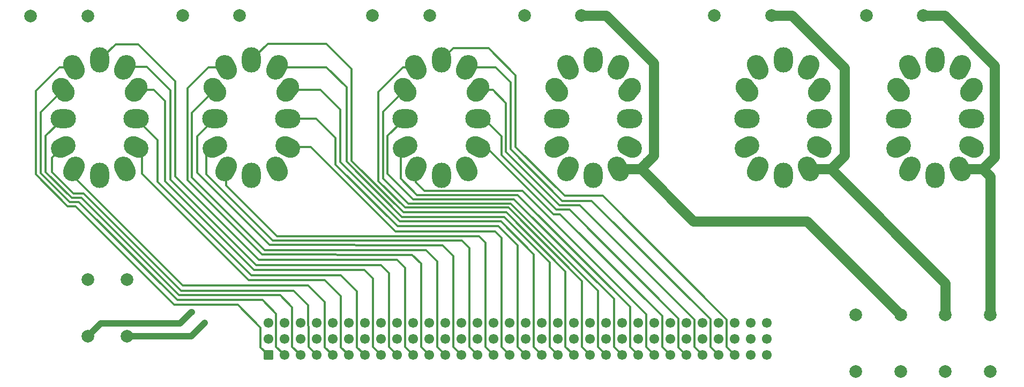
<source format=gbr>
%TF.GenerationSoftware,KiCad,Pcbnew,8.0.8*%
%TF.CreationDate,2025-04-20T11:12:47-07:00*%
%TF.ProjectId,display,64697370-6c61-4792-9e6b-696361645f70,rev?*%
%TF.SameCoordinates,Original*%
%TF.FileFunction,Copper,L4,Bot*%
%TF.FilePolarity,Positive*%
%FSLAX46Y46*%
G04 Gerber Fmt 4.6, Leading zero omitted, Abs format (unit mm)*
G04 Created by KiCad (PCBNEW 8.0.8) date 2025-04-20 11:12:47*
%MOMM*%
%LPD*%
G01*
G04 APERTURE LIST*
G04 Aperture macros list*
%AMRoundRect*
0 Rectangle with rounded corners*
0 $1 Rounding radius*
0 $2 $3 $4 $5 $6 $7 $8 $9 X,Y pos of 4 corners*
0 Add a 4 corners polygon primitive as box body*
4,1,4,$2,$3,$4,$5,$6,$7,$8,$9,$2,$3,0*
0 Add four circle primitives for the rounded corners*
1,1,$1+$1,$2,$3*
1,1,$1+$1,$4,$5*
1,1,$1+$1,$6,$7*
1,1,$1+$1,$8,$9*
0 Add four rect primitives between the rounded corners*
20,1,$1+$1,$2,$3,$4,$5,0*
20,1,$1+$1,$4,$5,$6,$7,0*
20,1,$1+$1,$6,$7,$8,$9,0*
20,1,$1+$1,$8,$9,$2,$3,0*%
%AMHorizOval*
0 Thick line with rounded ends*
0 $1 width*
0 $2 $3 position (X,Y) of the first rounded end (center of the circle)*
0 $4 $5 position (X,Y) of the second rounded end (center of the circle)*
0 Add line between two ends*
20,1,$1,$2,$3,$4,$5,0*
0 Add two circle primitives to create the rounded ends*
1,1,$1,$2,$3*
1,1,$1,$4,$5*%
G04 Aperture macros list end*
%TA.AperFunction,ComponentPad*%
%ADD10HorizOval,3.000000X-0.223880X0.447077X0.223880X-0.447077X0*%
%TD*%
%TA.AperFunction,ComponentPad*%
%ADD11HorizOval,3.000000X-0.447077X0.223880X0.447077X-0.223880X0*%
%TD*%
%TA.AperFunction,ComponentPad*%
%ADD12O,4.000000X3.000000*%
%TD*%
%TA.AperFunction,ComponentPad*%
%ADD13HorizOval,3.000000X-0.307831X-0.394005X0.307831X0.394005X0*%
%TD*%
%TA.AperFunction,ComponentPad*%
%ADD14HorizOval,3.000000X-0.223880X-0.447077X0.223880X0.447077X0*%
%TD*%
%TA.AperFunction,ComponentPad*%
%ADD15O,3.000000X4.000000*%
%TD*%
%TA.AperFunction,ComponentPad*%
%ADD16HorizOval,3.000000X-0.223880X0.447077X0.223880X-0.447077X0*%
%TD*%
%TA.AperFunction,ComponentPad*%
%ADD17HorizOval,3.000000X-0.307831X0.394005X0.307831X-0.394005X0*%
%TD*%
%TA.AperFunction,ComponentPad*%
%ADD18HorizOval,3.000000X0.447077X0.223880X-0.447077X-0.223880X0*%
%TD*%
%TA.AperFunction,ComponentPad*%
%ADD19HorizOval,3.000000X0.223880X0.447077X-0.223880X-0.447077X0*%
%TD*%
%TA.AperFunction,ComponentPad*%
%ADD20C,2.000000*%
%TD*%
%TA.AperFunction,ComponentPad*%
%ADD21RoundRect,0.249999X-0.525001X-0.525001X0.525001X-0.525001X0.525001X0.525001X-0.525001X0.525001X0*%
%TD*%
%TA.AperFunction,ComponentPad*%
%ADD22C,1.550000*%
%TD*%
%TA.AperFunction,ViaPad*%
%ADD23C,0.600000*%
%TD*%
%TA.AperFunction,Conductor*%
%ADD24C,0.300000*%
%TD*%
%TA.AperFunction,Conductor*%
%ADD25C,1.000000*%
%TD*%
%TA.AperFunction,Conductor*%
%ADD26C,1.600000*%
%TD*%
G04 APERTURE END LIST*
D10*
%TO.P,N3,1,A*%
%TO.N,MD3*%
X144303700Y-92450000D03*
D11*
%TO.P,N3,2,D0*%
%TO.N,/T3-0*%
X146053700Y-88950000D03*
D12*
%TO.P,N3,3,D9*%
%TO.N,/T3-9*%
X146053700Y-84450000D03*
D13*
%TO.P,N3,4,D8*%
%TO.N,/T3-8*%
X146053700Y-79950000D03*
D14*
%TO.P,N3,5,D7*%
%TO.N,/T3-7*%
X144303700Y-76325000D03*
D15*
%TO.P,N3,6,D6*%
%TO.N,/T3-6*%
X140303700Y-75200000D03*
D16*
%TO.P,N3,7,D5*%
%TO.N,/T3-5*%
X136303700Y-76325000D03*
D17*
%TO.P,N3,8,D4*%
%TO.N,/T3-4*%
X134553700Y-79950000D03*
D12*
%TO.P,N3,9,D3*%
%TO.N,/T3-3*%
X134553700Y-84450000D03*
D18*
%TO.P,N3,10,D2*%
%TO.N,/T3-2*%
X134553700Y-88950000D03*
D19*
%TO.P,N3,11,D1*%
%TO.N,/T3-1*%
X136303700Y-92450000D03*
D15*
%TO.P,N3,12,NC*%
%TO.N,unconnected-(N3-NC-Pad12)*%
X140303700Y-93450000D03*
%TD*%
D20*
%TO.P,R2,1*%
%TO.N,Net-(N2-A)*%
X108424000Y-68170000D03*
%TO.P,R2,2*%
%TO.N,Net-(J1-Pin_b1)*%
X99424000Y-68170000D03*
%TD*%
%TO.P,R1,1*%
%TO.N,Net-(N1-A)*%
X84424000Y-68190000D03*
%TO.P,R1,2*%
%TO.N,Net-(J1-Pin_b1)*%
X75424000Y-68190000D03*
%TD*%
%TO.P,R3,1*%
%TO.N,MD3*%
X138433700Y-68170000D03*
%TO.P,R3,2*%
%TO.N,Net-(J1-Pin_b1)*%
X129433700Y-68170000D03*
%TD*%
%TO.P,R11,1*%
%TO.N,Net-(N5-A)*%
X219946666Y-115530000D03*
%TO.P,R11,2*%
%TO.N,Net-(J1-Pin_a32)*%
X219946666Y-124530000D03*
%TD*%
%TO.P,R4,1*%
%TO.N,MD4*%
X162446800Y-68170000D03*
%TO.P,R4,2*%
%TO.N,Net-(J1-Pin_b1)*%
X153446800Y-68170000D03*
%TD*%
%TO.P,R5,1*%
%TO.N,Net-(N5-A)*%
X192456900Y-68170000D03*
%TO.P,R5,2*%
%TO.N,Net-(J1-Pin_b1)*%
X183456900Y-68170000D03*
%TD*%
%TO.P,R7,1*%
%TO.N,Net-(N1-A)*%
X84450000Y-109960000D03*
%TO.P,R7,2*%
%TO.N,Net-(J1-Pin_c2)*%
X84450000Y-118960000D03*
%TD*%
D10*
%TO.P,N4,1,A*%
%TO.N,MD4*%
X168316800Y-92450000D03*
D11*
%TO.P,N4,2,D0*%
%TO.N,/T4-0*%
X170066800Y-88950000D03*
D12*
%TO.P,N4,3,D9*%
%TO.N,/T4-9*%
X170066800Y-84450000D03*
D13*
%TO.P,N4,4,D8*%
%TO.N,/T4-8*%
X170066800Y-79950000D03*
D14*
%TO.P,N4,5,D7*%
%TO.N,/T4-7*%
X168316800Y-76325000D03*
D15*
%TO.P,N4,6,D6*%
%TO.N,/T4-6*%
X164316800Y-75200000D03*
D16*
%TO.P,N4,7,D5*%
%TO.N,/T4-5*%
X160316800Y-76325000D03*
D17*
%TO.P,N4,8,D4*%
%TO.N,/T4-4*%
X158566800Y-79950000D03*
D12*
%TO.P,N4,9,D3*%
%TO.N,/T4-3*%
X158566800Y-84450000D03*
D18*
%TO.P,N4,10,D2*%
%TO.N,/T4-2*%
X158566800Y-88950000D03*
D19*
%TO.P,N4,11,D1*%
%TO.N,/T4-1*%
X160316800Y-92450000D03*
D15*
%TO.P,N4,12,NC*%
%TO.N,unconnected-(N4-NC-Pad12)*%
X164316800Y-93450000D03*
%TD*%
D10*
%TO.P,N2,1,A*%
%TO.N,Net-(N2-A)*%
X114304000Y-92450000D03*
D11*
%TO.P,N2,2,D0*%
%TO.N,/T2-0*%
X116054000Y-88950000D03*
D12*
%TO.P,N2,3,D9*%
%TO.N,/T2-9*%
X116054000Y-84450000D03*
D13*
%TO.P,N2,4,D8*%
%TO.N,/T2-8*%
X116054000Y-79950000D03*
D14*
%TO.P,N2,5,D7*%
%TO.N,/T2-7*%
X114304000Y-76325000D03*
D15*
%TO.P,N2,6,D6*%
%TO.N,/T2-6*%
X110304000Y-75200000D03*
D16*
%TO.P,N2,7,D5*%
%TO.N,/T2-5*%
X106304000Y-76325000D03*
D17*
%TO.P,N2,8,D4*%
%TO.N,/T2-4*%
X104554000Y-79950000D03*
D12*
%TO.P,N2,9,D3*%
%TO.N,/T2-3*%
X104554000Y-84450000D03*
D18*
%TO.P,N2,10,D2*%
%TO.N,/T2-2*%
X104554000Y-88950000D03*
D19*
%TO.P,N2,11,D1*%
%TO.N,/T2-1*%
X106304000Y-92450000D03*
D15*
%TO.P,N2,12,NC*%
%TO.N,unconnected-(N2-NC-Pad12)*%
X110304000Y-93450000D03*
%TD*%
D10*
%TO.P,N5,1,A*%
%TO.N,Net-(N5-A)*%
X198316900Y-92450000D03*
D11*
%TO.P,N5,2,D0*%
%TO.N,/T5-0*%
X200066900Y-88950000D03*
D12*
%TO.P,N5,3,D9*%
%TO.N,/T5-9*%
X200066900Y-84450000D03*
D13*
%TO.P,N5,4,D8*%
%TO.N,/T5-8*%
X200066900Y-79950000D03*
D14*
%TO.P,N5,5,D7*%
%TO.N,/T5-7*%
X198316900Y-76325000D03*
D15*
%TO.P,N5,6,D6*%
%TO.N,/T5-6*%
X194316900Y-75200000D03*
D16*
%TO.P,N5,7,D5*%
%TO.N,/T5-5*%
X190316900Y-76325000D03*
D17*
%TO.P,N5,8,D4*%
%TO.N,/T5-4*%
X188566900Y-79950000D03*
D12*
%TO.P,N5,9,D3*%
%TO.N,/T5-3*%
X188566900Y-84450000D03*
D18*
%TO.P,N5,10,D2*%
%TO.N,/T5-2*%
X188566900Y-88950000D03*
D19*
%TO.P,N5,11,D1*%
%TO.N,/T5-1*%
X190316900Y-92450000D03*
D15*
%TO.P,N5,12,NC*%
%TO.N,unconnected-(N5-NC-Pad12)*%
X194316900Y-93450000D03*
%TD*%
D20*
%TO.P,R6,1*%
%TO.N,Net-(N6-A)*%
X216450000Y-68160000D03*
%TO.P,R6,2*%
%TO.N,Net-(J1-Pin_b1)*%
X207450000Y-68160000D03*
%TD*%
D10*
%TO.P,N1,1,A*%
%TO.N,Net-(N1-A)*%
X90296452Y-92450000D03*
D11*
%TO.P,N1,2,D0*%
%TO.N,/T1-0*%
X92046452Y-88950000D03*
D12*
%TO.P,N1,3,D9*%
%TO.N,/T1-9*%
X92046452Y-84450000D03*
D13*
%TO.P,N1,4,D8*%
%TO.N,/T1-8*%
X92046452Y-79950000D03*
D14*
%TO.P,N1,5,D7*%
%TO.N,/T1-7*%
X90296452Y-76325000D03*
D15*
%TO.P,N1,6,D6*%
%TO.N,/T1-6*%
X86296452Y-75200000D03*
D16*
%TO.P,N1,7,D5*%
%TO.N,/T1-5*%
X82296452Y-76325000D03*
D17*
%TO.P,N1,8,D4*%
%TO.N,/T1-4*%
X80546452Y-79950000D03*
D12*
%TO.P,N1,9,D3*%
%TO.N,/T1-3*%
X80546452Y-84450000D03*
D18*
%TO.P,N1,10,D2*%
%TO.N,/T1-2*%
X80546452Y-88950000D03*
D19*
%TO.P,N1,11,D1*%
%TO.N,/T1-1*%
X82296452Y-92450000D03*
D15*
%TO.P,N1,12,NC*%
%TO.N,unconnected-(N1-NC-Pad12)*%
X86296452Y-93450000D03*
%TD*%
D20*
%TO.P,R8,1*%
%TO.N,Net-(N2-A)*%
X90670000Y-109960000D03*
%TO.P,R8,2*%
%TO.N,Net-(J1-Pin_c1)*%
X90670000Y-118960000D03*
%TD*%
%TO.P,R10,1*%
%TO.N,MD4*%
X212863333Y-115530000D03*
%TO.P,R10,2*%
%TO.N,Net-(J1-Pin_a31)*%
X212863333Y-124530000D03*
%TD*%
%TO.P,R9,1*%
%TO.N,MD3*%
X205780000Y-115530000D03*
%TO.P,R9,2*%
%TO.N,Net-(J1-Pin_a31)*%
X205780000Y-124530000D03*
%TD*%
D10*
%TO.P,N6,1,A*%
%TO.N,Net-(N6-A)*%
X222330000Y-92450000D03*
D11*
%TO.P,N6,2,D0*%
%TO.N,/T6-0*%
X224080000Y-88950000D03*
D12*
%TO.P,N6,3,D9*%
%TO.N,/T6-9*%
X224080000Y-84450000D03*
D13*
%TO.P,N6,4,D8*%
%TO.N,/T6-8*%
X224080000Y-79950000D03*
D14*
%TO.P,N6,5,D7*%
%TO.N,/T6-7*%
X222330000Y-76325000D03*
D15*
%TO.P,N6,6,D6*%
%TO.N,/T6-6*%
X218330000Y-75200000D03*
D16*
%TO.P,N6,7,D5*%
%TO.N,/T6-5*%
X214330000Y-76325000D03*
D17*
%TO.P,N6,8,D4*%
%TO.N,/T6-4*%
X212580000Y-79950000D03*
D12*
%TO.P,N6,9,D3*%
%TO.N,/T6-3*%
X212580000Y-84450000D03*
D18*
%TO.P,N6,10,D2*%
%TO.N,/T6-2*%
X212580000Y-88950000D03*
D19*
%TO.P,N6,11,D1*%
%TO.N,/T6-1*%
X214330000Y-92450000D03*
D15*
%TO.P,N6,12,NC*%
%TO.N,unconnected-(N6-NC-Pad12)*%
X218330000Y-93450000D03*
%TD*%
D20*
%TO.P,R12,1*%
%TO.N,Net-(N6-A)*%
X227030000Y-115530000D03*
%TO.P,R12,2*%
%TO.N,Net-(J1-Pin_a32)*%
X227030000Y-124530000D03*
%TD*%
D21*
%TO.P,J1,a1,Pin_a1*%
%TO.N,/T1-5*%
X112980000Y-121920000D03*
D22*
%TO.P,J1,a2,Pin_a2*%
%TO.N,/T1-4*%
X115520000Y-121920000D03*
%TO.P,J1,a3,Pin_a3*%
%TO.N,/T1-3*%
X118060000Y-121920000D03*
%TO.P,J1,a4,Pin_a4*%
%TO.N,/T1-2*%
X120600000Y-121920000D03*
%TO.P,J1,a5,Pin_a5*%
%TO.N,/T1-1*%
X123140000Y-121920000D03*
%TO.P,J1,a6,Pin_a6*%
%TO.N,/T1-0*%
X125680000Y-121920000D03*
%TO.P,J1,a7,Pin_a7*%
%TO.N,/T1-9*%
X128220000Y-121920000D03*
%TO.P,J1,a8,Pin_a8*%
%TO.N,/T1-8*%
X130760000Y-121920000D03*
%TO.P,J1,a9,Pin_a9*%
%TO.N,/T1-7*%
X133300000Y-121920000D03*
%TO.P,J1,a10,Pin_a10*%
%TO.N,/T1-6*%
X135840000Y-121920000D03*
%TO.P,J1,a11,Pin_a11*%
%TO.N,/T2-5*%
X138380000Y-121920000D03*
%TO.P,J1,a12,Pin_a12*%
%TO.N,/T2-4*%
X140920000Y-121920000D03*
%TO.P,J1,a13,Pin_a13*%
%TO.N,/T2-3*%
X143460000Y-121920000D03*
%TO.P,J1,a14,Pin_a14*%
%TO.N,/T2-2*%
X146000000Y-121920000D03*
%TO.P,J1,a15,Pin_a15*%
%TO.N,/T2-1*%
X148540000Y-121920000D03*
%TO.P,J1,a16,Pin_a16*%
%TO.N,/T2-0*%
X151080000Y-121920000D03*
%TO.P,J1,a17,Pin_a17*%
%TO.N,/T2-9*%
X153620000Y-121920000D03*
%TO.P,J1,a18,Pin_a18*%
%TO.N,/T2-8*%
X156160000Y-121920000D03*
%TO.P,J1,a19,Pin_a19*%
%TO.N,/T2-7*%
X158700000Y-121920000D03*
%TO.P,J1,a20,Pin_a20*%
%TO.N,/T2-6*%
X161240000Y-121920000D03*
%TO.P,J1,a21,Pin_a21*%
%TO.N,/T3-5*%
X163780000Y-121920000D03*
%TO.P,J1,a22,Pin_a22*%
%TO.N,/T3-4*%
X166320000Y-121920000D03*
%TO.P,J1,a23,Pin_a23*%
%TO.N,/T3-3*%
X168860000Y-121920000D03*
%TO.P,J1,a24,Pin_a24*%
%TO.N,/T3-2*%
X171400000Y-121920000D03*
%TO.P,J1,a25,Pin_a25*%
%TO.N,/T3-1*%
X173940000Y-121920000D03*
%TO.P,J1,a26,Pin_a26*%
%TO.N,/T3-0*%
X176480000Y-121920000D03*
%TO.P,J1,a27,Pin_a27*%
%TO.N,/T3-9*%
X179020000Y-121920000D03*
%TO.P,J1,a28,Pin_a28*%
%TO.N,/T3-8*%
X181560000Y-121920000D03*
%TO.P,J1,a29,Pin_a29*%
%TO.N,/T3-7*%
X184100000Y-121920000D03*
%TO.P,J1,a30,Pin_a30*%
%TO.N,/T3-6*%
X186640000Y-121920000D03*
%TO.P,J1,a31,Pin_a31*%
%TO.N,Net-(J1-Pin_a31)*%
X189180000Y-121920000D03*
%TO.P,J1,a32,Pin_a32*%
%TO.N,Net-(J1-Pin_a32)*%
X191720000Y-121920000D03*
%TO.P,J1,b1,Pin_b1*%
%TO.N,Net-(J1-Pin_b1)*%
X112980000Y-119380000D03*
%TO.P,J1,b2,Pin_b2*%
X115520000Y-119380000D03*
%TO.P,J1,b3,Pin_b3*%
X118060000Y-119380000D03*
%TO.P,J1,b4,Pin_b4*%
X120600000Y-119380000D03*
%TO.P,J1,b5,Pin_b5*%
X123140000Y-119380000D03*
%TO.P,J1,b6,Pin_b6*%
X125680000Y-119380000D03*
%TO.P,J1,b7,Pin_b7*%
X128220000Y-119380000D03*
%TO.P,J1,b8,Pin_b8*%
X130760000Y-119380000D03*
%TO.P,J1,b9,Pin_b9*%
X133300000Y-119380000D03*
%TO.P,J1,b10,Pin_b10*%
X135840000Y-119380000D03*
%TO.P,J1,b11,Pin_b11*%
X138380000Y-119380000D03*
%TO.P,J1,b12,Pin_b12*%
X140920000Y-119380000D03*
%TO.P,J1,b13,Pin_b13*%
X143460000Y-119380000D03*
%TO.P,J1,b14,Pin_b14*%
X146000000Y-119380000D03*
%TO.P,J1,b15,Pin_b15*%
X148540000Y-119380000D03*
%TO.P,J1,b16,Pin_b16*%
X151080000Y-119380000D03*
%TO.P,J1,b17,Pin_b17*%
%TO.N,GND*%
X153620000Y-119380000D03*
%TO.P,J1,b18,Pin_b18*%
X156160000Y-119380000D03*
%TO.P,J1,b19,Pin_b19*%
X158700000Y-119380000D03*
%TO.P,J1,b20,Pin_b20*%
X161240000Y-119380000D03*
%TO.P,J1,b21,Pin_b21*%
X163780000Y-119380000D03*
%TO.P,J1,b22,Pin_b22*%
X166320000Y-119380000D03*
%TO.P,J1,b23,Pin_b23*%
X168860000Y-119380000D03*
%TO.P,J1,b24,Pin_b24*%
X171400000Y-119380000D03*
%TO.P,J1,b25,Pin_b25*%
X173940000Y-119380000D03*
%TO.P,J1,b26,Pin_b26*%
X176480000Y-119380000D03*
%TO.P,J1,b27,Pin_b27*%
X179020000Y-119380000D03*
%TO.P,J1,b28,Pin_b28*%
X181560000Y-119380000D03*
%TO.P,J1,b29,Pin_b29*%
X184100000Y-119380000D03*
%TO.P,J1,b30,Pin_b30*%
X186640000Y-119380000D03*
%TO.P,J1,b31,Pin_b31*%
X189180000Y-119380000D03*
%TO.P,J1,b32,Pin_b32*%
X191720000Y-119380000D03*
%TO.P,J1,c1,Pin_c1*%
%TO.N,Net-(J1-Pin_c1)*%
X112980000Y-116840000D03*
%TO.P,J1,c2,Pin_c2*%
%TO.N,Net-(J1-Pin_c2)*%
X115520000Y-116840000D03*
%TO.P,J1,c3,Pin_c3*%
%TO.N,/T4-5*%
X118060000Y-116840000D03*
%TO.P,J1,c4,Pin_c4*%
%TO.N,/T4-4*%
X120600000Y-116840000D03*
%TO.P,J1,c5,Pin_c5*%
%TO.N,/T4-3*%
X123140000Y-116840000D03*
%TO.P,J1,c6,Pin_c6*%
%TO.N,/T4-2*%
X125680000Y-116840000D03*
%TO.P,J1,c7,Pin_c7*%
%TO.N,/T4-1*%
X128220000Y-116840000D03*
%TO.P,J1,c8,Pin_c8*%
%TO.N,/T4-0*%
X130760000Y-116840000D03*
%TO.P,J1,c9,Pin_c9*%
%TO.N,/T4-9*%
X133300000Y-116840000D03*
%TO.P,J1,c10,Pin_c10*%
%TO.N,/T4-8*%
X135840000Y-116840000D03*
%TO.P,J1,c11,Pin_c11*%
%TO.N,/T4-7*%
X138380000Y-116840000D03*
%TO.P,J1,c12,Pin_c12*%
%TO.N,/T4-6*%
X140920000Y-116840000D03*
%TO.P,J1,c13,Pin_c13*%
%TO.N,/T5-5*%
X143460000Y-116840000D03*
%TO.P,J1,c14,Pin_c14*%
%TO.N,/T5-4*%
X146000000Y-116840000D03*
%TO.P,J1,c15,Pin_c15*%
%TO.N,/T5-3*%
X148540000Y-116840000D03*
%TO.P,J1,c16,Pin_c16*%
%TO.N,/T5-2*%
X151080000Y-116840000D03*
%TO.P,J1,c17,Pin_c17*%
%TO.N,/T5-1*%
X153620000Y-116840000D03*
%TO.P,J1,c18,Pin_c18*%
%TO.N,/T5-0*%
X156160000Y-116840000D03*
%TO.P,J1,c19,Pin_c19*%
%TO.N,/T5-9*%
X158700000Y-116840000D03*
%TO.P,J1,c20,Pin_c20*%
%TO.N,/T5-8*%
X161240000Y-116840000D03*
%TO.P,J1,c21,Pin_c21*%
%TO.N,/T5-7*%
X163780000Y-116840000D03*
%TO.P,J1,c22,Pin_c22*%
%TO.N,/T5-6*%
X166320000Y-116840000D03*
%TO.P,J1,c23,Pin_c23*%
%TO.N,/T6-5*%
X168860000Y-116840000D03*
%TO.P,J1,c24,Pin_c24*%
%TO.N,/T6-4*%
X171400000Y-116840000D03*
%TO.P,J1,c25,Pin_c25*%
%TO.N,/T6-3*%
X173940000Y-116840000D03*
%TO.P,J1,c26,Pin_c26*%
%TO.N,/T6-2*%
X176480000Y-116840000D03*
%TO.P,J1,c27,Pin_c27*%
%TO.N,/T6-1*%
X179020000Y-116840000D03*
%TO.P,J1,c28,Pin_c28*%
%TO.N,/T6-0*%
X181560000Y-116840000D03*
%TO.P,J1,c29,Pin_c29*%
%TO.N,/T6-9*%
X184100000Y-116840000D03*
%TO.P,J1,c30,Pin_c30*%
%TO.N,/T6-8*%
X186640000Y-116840000D03*
%TO.P,J1,c31,Pin_c31*%
%TO.N,/T6-7*%
X189180000Y-116840000D03*
%TO.P,J1,c32,Pin_c32*%
%TO.N,/T6-6*%
X191720000Y-116840000D03*
%TD*%
D23*
%TO.N,Net-(J1-Pin_c1)*%
X102920000Y-116840000D03*
%TO.N,Net-(J1-Pin_c2)*%
X100910000Y-115110000D03*
%TD*%
D24*
%TO.N,/T3-6*%
X147780000Y-73340000D02*
X142163700Y-73340000D01*
X185360000Y-120640000D02*
X185360000Y-116280000D01*
X152060000Y-88970000D02*
X152060000Y-77620000D01*
X185360000Y-116280000D02*
X165800000Y-96720000D01*
X165800000Y-96720000D02*
X159810000Y-96720000D01*
X152060000Y-77620000D02*
X147780000Y-73340000D01*
X186640000Y-121920000D02*
X185360000Y-120640000D01*
X159810000Y-96720000D02*
X152060000Y-88970000D01*
X142163700Y-73340000D02*
X140303700Y-75200000D01*
%TO.N,/T2-9*%
X149320000Y-101520000D02*
X133370000Y-101520000D01*
X153620000Y-121920000D02*
X152360000Y-120660000D01*
X123600000Y-87550000D02*
X120500000Y-84450000D01*
X123600000Y-91750000D02*
X123600000Y-87550000D01*
X152360000Y-120660000D02*
X152360000Y-104560000D01*
X133370000Y-101520000D02*
X123600000Y-91750000D01*
X120500000Y-84450000D02*
X116054000Y-84450000D01*
X152360000Y-104560000D02*
X149320000Y-101520000D01*
%TO.N,/T3-2*%
X133860000Y-89643700D02*
X134553700Y-88950000D01*
X136410000Y-96560000D02*
X133860000Y-94010000D01*
X133860000Y-94010000D02*
X133860000Y-89643700D01*
X171400000Y-121920000D02*
X170110000Y-120630000D01*
X170110000Y-114270000D02*
X152400000Y-96560000D01*
X170110000Y-120630000D02*
X170110000Y-114270000D01*
X152400000Y-96560000D02*
X136410000Y-96560000D01*
%TO.N,/T1-4*%
X81560000Y-97700000D02*
X76990000Y-93130000D01*
X76990000Y-93130000D02*
X76990000Y-83506452D01*
X76990000Y-83506452D02*
X80546452Y-79950000D01*
X98570000Y-113230000D02*
X83040000Y-97700000D01*
X114210000Y-120610000D02*
X114210000Y-115400000D01*
X115520000Y-121920000D02*
X114210000Y-120610000D01*
X83040000Y-97700000D02*
X81560000Y-97700000D01*
X114210000Y-115400000D02*
X112040000Y-113230000D01*
X112040000Y-113230000D02*
X98570000Y-113230000D01*
%TO.N,/T1-7*%
X133300000Y-121920000D02*
X132030000Y-120650000D01*
X132030000Y-108950000D02*
X130780000Y-107700000D01*
X111070000Y-107700000D02*
X97470000Y-94100000D01*
X97470000Y-80030000D02*
X93740000Y-76300000D01*
X132030000Y-120650000D02*
X132030000Y-108950000D01*
X97470000Y-94100000D02*
X97470000Y-80030000D01*
X93740000Y-76300000D02*
X90321452Y-76300000D01*
X90321452Y-76300000D02*
X90296452Y-76325000D01*
X130780000Y-107700000D02*
X111070000Y-107700000D01*
%TO.N,/T3-4*%
X131090000Y-83413700D02*
X134553700Y-79950000D01*
X165050000Y-111730000D02*
X151240000Y-97920000D01*
X135060000Y-97920000D02*
X131090000Y-93950000D01*
X166320000Y-121920000D02*
X165050000Y-120650000D01*
X131090000Y-93950000D02*
X131090000Y-83413700D01*
X165050000Y-120650000D02*
X165050000Y-111730000D01*
X151240000Y-97920000D02*
X135060000Y-97920000D01*
%TO.N,/T2-7*%
X157420000Y-107250000D02*
X150240000Y-100070000D01*
X125310000Y-91300000D02*
X125310000Y-79500000D01*
X157420000Y-120640000D02*
X157420000Y-107250000D01*
X134080000Y-100070000D02*
X125310000Y-91300000D01*
X125310000Y-79500000D02*
X122135000Y-76325000D01*
X158700000Y-121920000D02*
X157420000Y-120640000D01*
X122135000Y-76325000D02*
X114304000Y-76325000D01*
X150240000Y-100070000D02*
X134080000Y-100070000D01*
%TO.N,/T2-1*%
X147260000Y-120640000D02*
X147260000Y-104120000D01*
X147260000Y-104120000D02*
X146240000Y-103100000D01*
X148540000Y-121920000D02*
X147260000Y-120640000D01*
X114360000Y-103100000D02*
X106304000Y-95044000D01*
X106304000Y-95044000D02*
X106304000Y-92450000D01*
X146240000Y-103100000D02*
X114360000Y-103100000D01*
%TO.N,/T2-2*%
X144720000Y-120640000D02*
X144720000Y-104980000D01*
X103160000Y-93300000D02*
X103160000Y-90344000D01*
X113670000Y-103810000D02*
X113630000Y-103770000D01*
X143550000Y-103810000D02*
X113670000Y-103810000D01*
X144720000Y-104980000D02*
X143550000Y-103810000D01*
X146000000Y-121920000D02*
X144720000Y-120640000D01*
X103160000Y-90344000D02*
X104554000Y-88950000D01*
X113630000Y-103770000D02*
X103160000Y-93300000D01*
%TO.N,/T1-5*%
X111755000Y-117555000D02*
X108160000Y-113960000D01*
X76210000Y-80070000D02*
X79955000Y-76325000D01*
X111755000Y-120695000D02*
X111755000Y-117555000D01*
X79955000Y-76325000D02*
X82296452Y-76325000D01*
X76210000Y-93300000D02*
X76210000Y-80070000D01*
X98110000Y-113960000D02*
X82510000Y-98360000D01*
X81270000Y-98360000D02*
X76210000Y-93300000D01*
X112980000Y-121920000D02*
X111755000Y-120695000D01*
X82510000Y-98360000D02*
X81270000Y-98360000D01*
X108160000Y-113960000D02*
X98110000Y-113960000D01*
%TO.N,/T1-8*%
X94860000Y-79950000D02*
X92046452Y-79950000D01*
X96610000Y-81700000D02*
X94860000Y-79950000D01*
X129480000Y-109840000D02*
X128120000Y-108480000D01*
X110700000Y-108480000D02*
X96610000Y-94390000D01*
X130760000Y-121920000D02*
X129480000Y-120640000D01*
X129480000Y-120640000D02*
X129480000Y-109840000D01*
X96610000Y-94390000D02*
X96610000Y-81700000D01*
X128120000Y-108480000D02*
X110700000Y-108480000D01*
%TO.N,/T2-4*%
X139640000Y-120640000D02*
X139640000Y-107090000D01*
X140920000Y-121920000D02*
X139640000Y-120640000D01*
X112400000Y-105290000D02*
X100920000Y-93810000D01*
X100920000Y-83584000D02*
X104554000Y-79950000D01*
X137880000Y-105330000D02*
X112400000Y-105290000D01*
X100920000Y-93810000D02*
X100920000Y-83584000D01*
X139640000Y-107090000D02*
X137880000Y-105330000D01*
%TO.N,/T2-6*%
X150540000Y-99280000D02*
X134290000Y-99280000D01*
X159925000Y-108665000D02*
X150540000Y-99280000D01*
X126150000Y-91140000D02*
X126150000Y-76600000D01*
X126150000Y-76600000D02*
X122160000Y-72610000D01*
X122160000Y-72610000D02*
X112894000Y-72610000D01*
X112894000Y-72610000D02*
X110304000Y-75200000D01*
X159925000Y-120605000D02*
X159925000Y-108665000D01*
X161240000Y-121920000D02*
X159925000Y-120605000D01*
X134290000Y-99280000D02*
X126150000Y-91140000D01*
%TO.N,/T1-3*%
X114810000Y-112460000D02*
X98850000Y-112460000D01*
X116745000Y-114395000D02*
X114810000Y-112460000D01*
X77800000Y-92940000D02*
X77800000Y-87196452D01*
X98850000Y-112460000D02*
X83420000Y-97030000D01*
X118060000Y-121920000D02*
X116745000Y-120605000D01*
X77800000Y-87196452D02*
X80546452Y-84450000D01*
X81890000Y-97030000D02*
X77800000Y-92940000D01*
X116745000Y-120605000D02*
X116745000Y-114395000D01*
X83420000Y-97030000D02*
X81890000Y-97030000D01*
%TO.N,/T1-9*%
X110270000Y-109270000D02*
X95468204Y-94468204D01*
X126995000Y-111835000D02*
X124430000Y-109270000D01*
X95468204Y-87871752D02*
X92046452Y-84450000D01*
X126995000Y-120695000D02*
X126995000Y-111835000D01*
X124430000Y-109270000D02*
X110270000Y-109270000D01*
X128220000Y-121920000D02*
X126995000Y-120695000D01*
X95468204Y-94468204D02*
X95468204Y-87871752D01*
%TO.N,/T1-6*%
X111470000Y-106850000D02*
X98260000Y-93640000D01*
X133300000Y-106850000D02*
X111470000Y-106850000D01*
X92400000Y-72680000D02*
X88816452Y-72680000D01*
X98260000Y-78540000D02*
X92400000Y-72680000D01*
X134580000Y-120660000D02*
X134580000Y-108130000D01*
X88816452Y-72680000D02*
X86296452Y-75200000D01*
X134580000Y-108130000D02*
X133300000Y-106850000D01*
X135840000Y-121920000D02*
X134580000Y-120660000D01*
X98260000Y-93640000D02*
X98260000Y-78540000D01*
%TO.N,/T3-8*%
X180290000Y-116280000D02*
X162210000Y-98200000D01*
X162210000Y-98200000D02*
X158970000Y-98200000D01*
X158970000Y-98200000D02*
X150530000Y-89760000D01*
X180290000Y-120650000D02*
X180290000Y-116280000D01*
X150530000Y-89760000D02*
X150530000Y-82010000D01*
X181560000Y-121920000D02*
X180290000Y-120650000D01*
X150530000Y-82010000D02*
X148470000Y-79950000D01*
X148470000Y-79950000D02*
X146053700Y-79950000D01*
%TO.N,/T2-8*%
X133770000Y-100770000D02*
X124320000Y-91320000D01*
X154890000Y-120650000D02*
X154890000Y-105960000D01*
X156160000Y-121920000D02*
X154890000Y-120650000D01*
X124320000Y-83060000D02*
X121210000Y-79950000D01*
X149700000Y-100770000D02*
X133770000Y-100770000D01*
X121210000Y-79950000D02*
X116054000Y-79950000D01*
X124320000Y-91320000D02*
X124320000Y-83060000D01*
X154890000Y-105960000D02*
X149700000Y-100770000D01*
%TO.N,/T3-9*%
X149830000Y-87270000D02*
X147010000Y-84450000D01*
X149830000Y-90250000D02*
X149830000Y-87270000D01*
X178980000Y-121920000D02*
X177770000Y-120710000D01*
X177770000Y-120710000D02*
X177770000Y-116120000D01*
X160540000Y-98890000D02*
X158470000Y-98890000D01*
X147010000Y-84450000D02*
X146053700Y-84450000D01*
X158470000Y-98890000D02*
X149830000Y-90250000D01*
X177770000Y-116120000D02*
X160540000Y-98890000D01*
X179020000Y-121920000D02*
X178980000Y-121920000D01*
D25*
%TO.N,Net-(J1-Pin_c1)*%
X90670000Y-118960000D02*
X100440000Y-118960000D01*
X100790000Y-118960000D02*
X102900000Y-116850000D01*
X100440000Y-118960000D02*
X100790000Y-118960000D01*
X112965000Y-116860000D02*
X112980000Y-116875000D01*
D24*
%TO.N,/T3-7*%
X151270000Y-89340000D02*
X151270000Y-78700000D01*
X182820000Y-116250000D02*
X164060000Y-97490000D01*
X182820000Y-120640000D02*
X182820000Y-116250000D01*
X159420000Y-97490000D02*
X151270000Y-89340000D01*
X184100000Y-121920000D02*
X182820000Y-120640000D01*
X148895000Y-76325000D02*
X144303700Y-76325000D01*
X164060000Y-97490000D02*
X159420000Y-97490000D01*
X151270000Y-78700000D02*
X148895000Y-76325000D01*
%TO.N,/T2-5*%
X103475000Y-76325000D02*
X106304000Y-76325000D01*
X111950000Y-106030000D02*
X100180000Y-94260000D01*
X135710000Y-106070000D02*
X111950000Y-106030000D01*
X100180000Y-79620000D02*
X103475000Y-76325000D01*
X137110000Y-120650000D02*
X137110000Y-107470000D01*
X137110000Y-107470000D02*
X135710000Y-106070000D01*
X100180000Y-94260000D02*
X100180000Y-79620000D01*
X138380000Y-121920000D02*
X137110000Y-120650000D01*
%TO.N,/T2-3*%
X143460000Y-121920000D02*
X142200000Y-120660000D01*
X101720000Y-93080000D02*
X101720000Y-87284000D01*
X101720000Y-87284000D02*
X104554000Y-84450000D01*
X113130000Y-104490000D02*
X101720000Y-93080000D01*
X142200000Y-120660000D02*
X142200000Y-106220000D01*
X142200000Y-106220000D02*
X140510000Y-104530000D01*
X140510000Y-104530000D02*
X113130000Y-104490000D01*
%TO.N,/T2-0*%
X149820000Y-120660000D02*
X149820000Y-103390000D01*
X149820000Y-103390000D02*
X148760000Y-102330000D01*
X119680000Y-88950000D02*
X116054000Y-88950000D01*
X148760000Y-102330000D02*
X133060000Y-102330000D01*
X133060000Y-102330000D02*
X119680000Y-88950000D01*
X151080000Y-121920000D02*
X149820000Y-120660000D01*
%TO.N,/T1-0*%
X93010000Y-93170000D02*
X93010000Y-89913548D01*
X93010000Y-89913548D02*
X92046452Y-88950000D01*
X124455000Y-120695000D02*
X124455000Y-112625000D01*
X125680000Y-121920000D02*
X124455000Y-120695000D01*
X121880000Y-110050000D02*
X109890000Y-110050000D01*
X124455000Y-112625000D02*
X121880000Y-110050000D01*
X109890000Y-110050000D02*
X93010000Y-93170000D01*
%TO.N,/T3-0*%
X146053700Y-88950000D02*
X146093700Y-88910000D01*
X159080000Y-99610000D02*
X175210000Y-115740000D01*
X175210000Y-115740000D02*
X175210000Y-120650000D01*
X158010000Y-99610000D02*
X159080000Y-99610000D01*
X175210000Y-120650000D02*
X176480000Y-121920000D01*
X147310000Y-88910000D02*
X158010000Y-99610000D01*
X146093700Y-88910000D02*
X147310000Y-88910000D01*
%TO.N,/T3-5*%
X134550000Y-98580000D02*
X130380000Y-94410000D01*
X130380000Y-94410000D02*
X130380000Y-80224820D01*
X163780000Y-121920000D02*
X162510000Y-120650000D01*
X130380000Y-80224820D02*
X134279820Y-76325000D01*
X162510000Y-120650000D02*
X162510000Y-110210000D01*
X162510000Y-110210000D02*
X150880000Y-98580000D01*
X150880000Y-98580000D02*
X134550000Y-98580000D01*
X134279820Y-76325000D02*
X136303700Y-76325000D01*
%TO.N,/T1-2*%
X83820000Y-96340000D02*
X82160000Y-96340000D01*
X99190000Y-111710000D02*
X83820000Y-96340000D01*
X119330000Y-120620000D02*
X119290000Y-114010000D01*
X78790000Y-90706452D02*
X80546452Y-88950000D01*
X119290000Y-114010000D02*
X116990000Y-111710000D01*
X82160000Y-96340000D02*
X78790000Y-92970000D01*
X78790000Y-92970000D02*
X78790000Y-90706452D01*
X120600000Y-121920000D02*
X119330000Y-120650000D01*
X119330000Y-120650000D02*
X119330000Y-120620000D01*
X116990000Y-111710000D02*
X99190000Y-111710000D01*
%TO.N,/T1-1*%
X99450000Y-110880000D02*
X82296452Y-93726452D01*
X82296452Y-93726452D02*
X82296452Y-92450000D01*
X121915000Y-113505000D02*
X119290000Y-110880000D01*
X119290000Y-110880000D02*
X99450000Y-110880000D01*
X123140000Y-121920000D02*
X121915000Y-120695000D01*
X121915000Y-120695000D02*
X121915000Y-113505000D01*
%TO.N,/T3-3*%
X168860000Y-121920000D02*
X167590000Y-120650000D01*
X131810000Y-93240000D02*
X131810000Y-87193700D01*
X151790000Y-97250000D02*
X135820000Y-97250000D01*
X135820000Y-97250000D02*
X131810000Y-93240000D01*
X167590000Y-120650000D02*
X167590000Y-113050000D01*
X131810000Y-87193700D02*
X134553700Y-84450000D01*
X167590000Y-113050000D02*
X151790000Y-97250000D01*
%TO.N,/T3-1*%
X153130000Y-95900000D02*
X137620000Y-95900000D01*
X172670000Y-115440000D02*
X153130000Y-95900000D01*
X172670000Y-120650000D02*
X172670000Y-115440000D01*
X136303700Y-94583700D02*
X136303700Y-92450000D01*
X173940000Y-121920000D02*
X172670000Y-120650000D01*
X137620000Y-95900000D02*
X136303700Y-94583700D01*
D26*
%TO.N,Net-(N5-A)*%
X219946666Y-110546666D02*
X201850000Y-92450000D01*
X219946666Y-115530000D02*
X219946666Y-110546666D01*
X203980000Y-76460000D02*
X203980000Y-90320000D01*
X195690000Y-68170000D02*
X203980000Y-76460000D01*
X203980000Y-90320000D02*
X201850000Y-92450000D01*
X192456900Y-68170000D02*
X195690000Y-68170000D01*
X201850000Y-92450000D02*
X198316900Y-92450000D01*
%TO.N,Net-(N6-A)*%
X227750000Y-76090000D02*
X227750000Y-90580000D01*
X227750000Y-90580000D02*
X225880000Y-92450000D01*
X216450000Y-68160000D02*
X219820000Y-68160000D01*
X227030000Y-93600000D02*
X225880000Y-92450000D01*
X225880000Y-92450000D02*
X222330000Y-92450000D01*
X219820000Y-68160000D02*
X227750000Y-76090000D01*
X227030000Y-115530000D02*
X227030000Y-93600000D01*
D25*
%TO.N,Net-(J1-Pin_c2)*%
X86490000Y-116920000D02*
X99010000Y-116950000D01*
X99010000Y-116950000D02*
X100820000Y-115140000D01*
X84450000Y-118960000D02*
X86490000Y-116920000D01*
X100820000Y-115140000D02*
X100850000Y-115140000D01*
D26*
%TO.N,MD4*%
X172790000Y-91380000D02*
X172735000Y-91435000D01*
X173860000Y-75710000D02*
X173860000Y-90310000D01*
X172735000Y-91435000D02*
X171720000Y-92450000D01*
X166320000Y-68170000D02*
X173860000Y-75710000D01*
X212863333Y-115530000D02*
X198073333Y-100740000D01*
X173860000Y-90310000D02*
X172735000Y-91435000D01*
X198073333Y-100740000D02*
X180170000Y-100740000D01*
X180170000Y-100740000D02*
X171800000Y-92370000D01*
X162446800Y-68170000D02*
X166320000Y-68170000D01*
X171720000Y-92450000D02*
X168316800Y-92450000D01*
X171800000Y-92370000D02*
X172735000Y-91435000D01*
%TD*%
M02*

</source>
